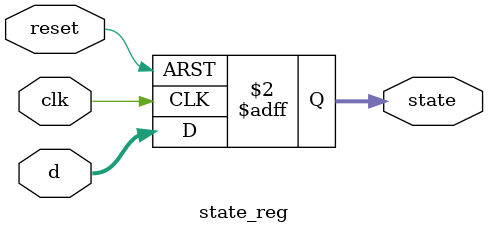
<source format=sv>
`timescale 1ns / 1ps


module state_reg(
        input logic clk, 
        input logic reset,
        input logic [3:0] d,
        output logic [3:0] state
    );
    
    always_ff @ (posedge clk, posedge reset) begin
        if(reset) begin
            state <= 4'b0000;
        end
        else begin
            state <= d;
        end
    end
endmodule

</source>
